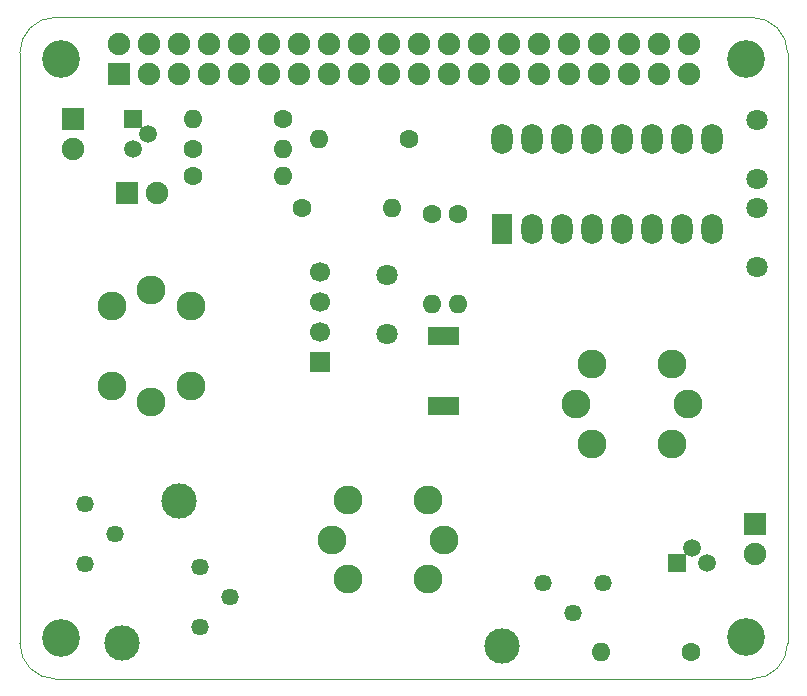
<source format=gbr>
G04 #@! TF.GenerationSoftware,KiCad,Pcbnew,(5.1.0)-1*
G04 #@! TF.CreationDate,2021-12-23T12:13:41+02:00*
G04 #@! TF.ProjectId,RPI_HAT_sensors,5250495f-4841-4545-9f73-656e736f7273,rev?*
G04 #@! TF.SameCoordinates,Original*
G04 #@! TF.FileFunction,Soldermask,Top*
G04 #@! TF.FilePolarity,Negative*
%FSLAX46Y46*%
G04 Gerber Fmt 4.6, Leading zero omitted, Abs format (unit mm)*
G04 Created by KiCad (PCBNEW (5.1.0)-1) date 2021-12-23 12:13:41*
%MOMM*%
%LPD*%
G04 APERTURE LIST*
%ADD10C,0.100000*%
%ADD11C,3.000000*%
%ADD12R,1.900000X1.900000*%
%ADD13O,1.900000X1.900000*%
%ADD14C,1.500000*%
%ADD15R,1.500000X1.500000*%
%ADD16O,1.600000X1.600000*%
%ADD17C,1.600000*%
%ADD18C,2.450000*%
%ADD19C,3.200000*%
%ADD20R,1.800000X2.600000*%
%ADD21O,1.800000X2.600000*%
%ADD22C,1.460000*%
%ADD23R,1.700000X1.700000*%
%ADD24C,1.700000*%
%ADD25C,1.800000*%
%ADD26R,0.650000X1.650000*%
G04 APERTURE END LIST*
D10*
X78546356Y-63817611D02*
X78546356Y-113817611D01*
X78546356Y-63817611D02*
G75*
G02X81546356Y-60817611I3000000J0D01*
G01*
X140546356Y-60817611D02*
X81546356Y-60817611D01*
X140546356Y-60817611D02*
G75*
G02X143546356Y-63817611I0J-3000000D01*
G01*
X143546356Y-113817611D02*
X143546356Y-63817611D01*
X81546356Y-116817611D02*
G75*
G02X78546356Y-113817611I0J3000000D01*
G01*
X81546356Y-116817611D02*
X140546356Y-116817611D01*
X143546351Y-113822847D02*
G75*
G02X140546356Y-116817611I-2999995J5236D01*
G01*
D11*
X87198200Y-113766600D03*
D12*
X83032600Y-69418200D03*
D13*
X83032600Y-71958200D03*
D14*
X89382600Y-70688200D03*
X88112600Y-71958200D03*
D15*
X88112600Y-69418200D03*
D16*
X93192600Y-69418200D03*
D17*
X100812600Y-69418200D03*
X93192600Y-71958200D03*
D16*
X100812600Y-71958200D03*
D11*
X92024200Y-101752400D03*
D18*
X113100500Y-108401500D03*
X106355500Y-108401500D03*
X104978000Y-105029000D03*
X106355500Y-101656500D03*
X113100500Y-101656500D03*
X114478000Y-105029000D03*
D12*
X86920000Y-65590000D03*
D13*
X86920000Y-63050000D03*
X89460000Y-65590000D03*
X89460000Y-63050000D03*
X92000000Y-65590000D03*
X92000000Y-63050000D03*
X94540000Y-65590000D03*
X94540000Y-63050000D03*
X97080000Y-65590000D03*
X97080000Y-63050000D03*
X99620000Y-65590000D03*
X99620000Y-63050000D03*
X102160000Y-65590000D03*
X102160000Y-63050000D03*
X104700000Y-65590000D03*
X104700000Y-63050000D03*
X107240000Y-65590000D03*
X107240000Y-63050000D03*
X109780000Y-65590000D03*
X109780000Y-63050000D03*
X112320000Y-65590000D03*
X112320000Y-63050000D03*
X114860000Y-65590000D03*
X114860000Y-63050000D03*
X117400000Y-65590000D03*
X117400000Y-63050000D03*
X119940000Y-65590000D03*
X119940000Y-63050000D03*
X122480000Y-65590000D03*
X122480000Y-63050000D03*
X125020000Y-65590000D03*
X125020000Y-63050000D03*
X127560000Y-65590000D03*
X127560000Y-63050000D03*
X130100000Y-65590000D03*
X130100000Y-63050000D03*
X132640000Y-65590000D03*
X132640000Y-63050000D03*
X135180000Y-65590000D03*
X135180000Y-63050000D03*
D19*
X82040000Y-64310000D03*
X140040000Y-64330000D03*
X82040000Y-113320000D03*
X140030000Y-113310000D03*
D18*
X86314900Y-92018500D03*
X86314900Y-85273500D03*
X89687400Y-83896000D03*
X93059900Y-85273500D03*
X93059900Y-92018500D03*
X89687400Y-93396000D03*
X125653600Y-93573600D03*
X127031100Y-96946100D03*
X133776100Y-96946100D03*
X135153600Y-93573600D03*
X133776100Y-90201100D03*
X127031100Y-90201100D03*
D20*
X119380000Y-78740000D03*
D21*
X137160000Y-71120000D03*
X121920000Y-78740000D03*
X134620000Y-71120000D03*
X124460000Y-78740000D03*
X132080000Y-71120000D03*
X127000000Y-78740000D03*
X129540000Y-71120000D03*
X129540000Y-78740000D03*
X127000000Y-71120000D03*
X132080000Y-78740000D03*
X124460000Y-71120000D03*
X134620000Y-78740000D03*
X121920000Y-71120000D03*
X137160000Y-78740000D03*
X119380000Y-71120000D03*
D22*
X84074000Y-107086400D03*
X86614000Y-104546400D03*
X84074000Y-102006400D03*
X93802200Y-107340400D03*
X96342200Y-109880400D03*
X93802200Y-112420400D03*
X122834400Y-108712000D03*
X125374400Y-111252000D03*
X127914400Y-108712000D03*
D17*
X111506000Y-71120000D03*
D16*
X103886000Y-71120000D03*
D23*
X103936800Y-89966800D03*
D24*
X103936800Y-87426800D03*
X103936800Y-84886800D03*
X103936800Y-82346800D03*
D25*
X140944600Y-69494400D03*
X140944600Y-74494400D03*
X140944600Y-76940400D03*
X140944600Y-81940400D03*
D12*
X140766800Y-103682800D03*
D13*
X140766800Y-106222800D03*
D14*
X135458200Y-105740200D03*
X136728200Y-107010200D03*
D15*
X134188200Y-107010200D03*
D17*
X102463600Y-76911200D03*
D16*
X110083600Y-76911200D03*
X127762000Y-114554000D03*
D17*
X135382000Y-114554000D03*
D11*
X119380000Y-114046000D03*
D25*
X109601000Y-82651600D03*
X109601000Y-87651600D03*
D12*
X87630000Y-75717400D03*
D13*
X90170000Y-75717400D03*
D17*
X93218000Y-74269600D03*
D16*
X100838000Y-74269600D03*
X113411000Y-85064600D03*
D17*
X113411000Y-77444600D03*
X115671600Y-77444600D03*
D16*
X115671600Y-85064600D03*
D26*
X113452000Y-93704200D03*
X114102000Y-93704200D03*
X114752000Y-93704200D03*
X115402000Y-93704200D03*
X115402000Y-87804200D03*
X114752000Y-87804200D03*
X114102000Y-87804200D03*
X113452000Y-87804200D03*
M02*

</source>
